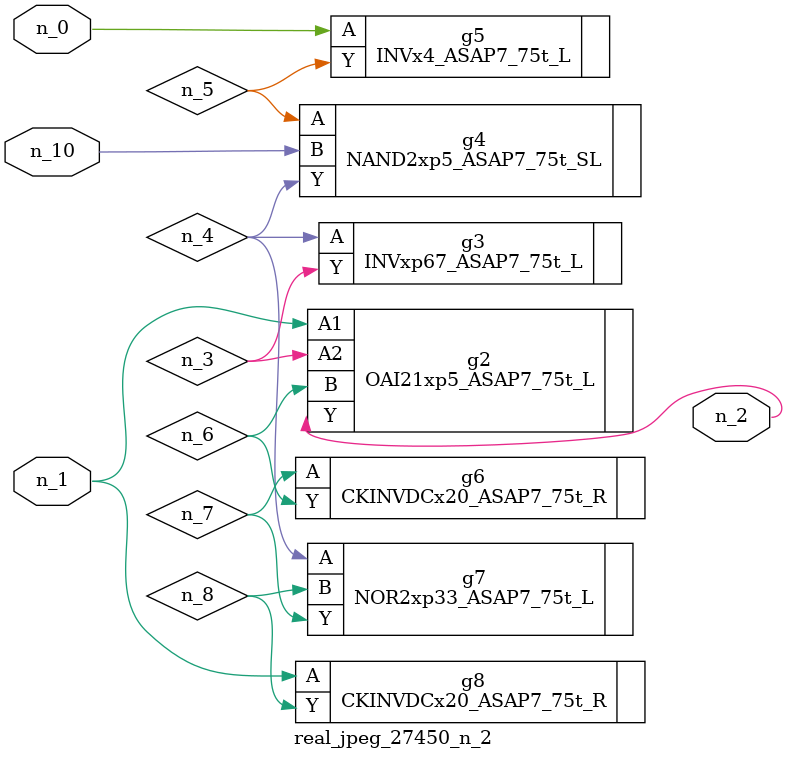
<source format=v>
module real_jpeg_27450_n_2 (n_1, n_10, n_0, n_2);

input n_1;
input n_10;
input n_0;

output n_2;

wire n_5;
wire n_4;
wire n_8;
wire n_6;
wire n_7;
wire n_3;

INVx4_ASAP7_75t_L g5 ( 
.A(n_0),
.Y(n_5)
);

OAI21xp5_ASAP7_75t_L g2 ( 
.A1(n_1),
.A2(n_3),
.B(n_6),
.Y(n_2)
);

CKINVDCx20_ASAP7_75t_R g8 ( 
.A(n_1),
.Y(n_8)
);

INVxp67_ASAP7_75t_L g3 ( 
.A(n_4),
.Y(n_3)
);

NOR2xp33_ASAP7_75t_L g7 ( 
.A(n_4),
.B(n_8),
.Y(n_7)
);

NAND2xp5_ASAP7_75t_SL g4 ( 
.A(n_5),
.B(n_10),
.Y(n_4)
);

CKINVDCx20_ASAP7_75t_R g6 ( 
.A(n_7),
.Y(n_6)
);


endmodule
</source>
